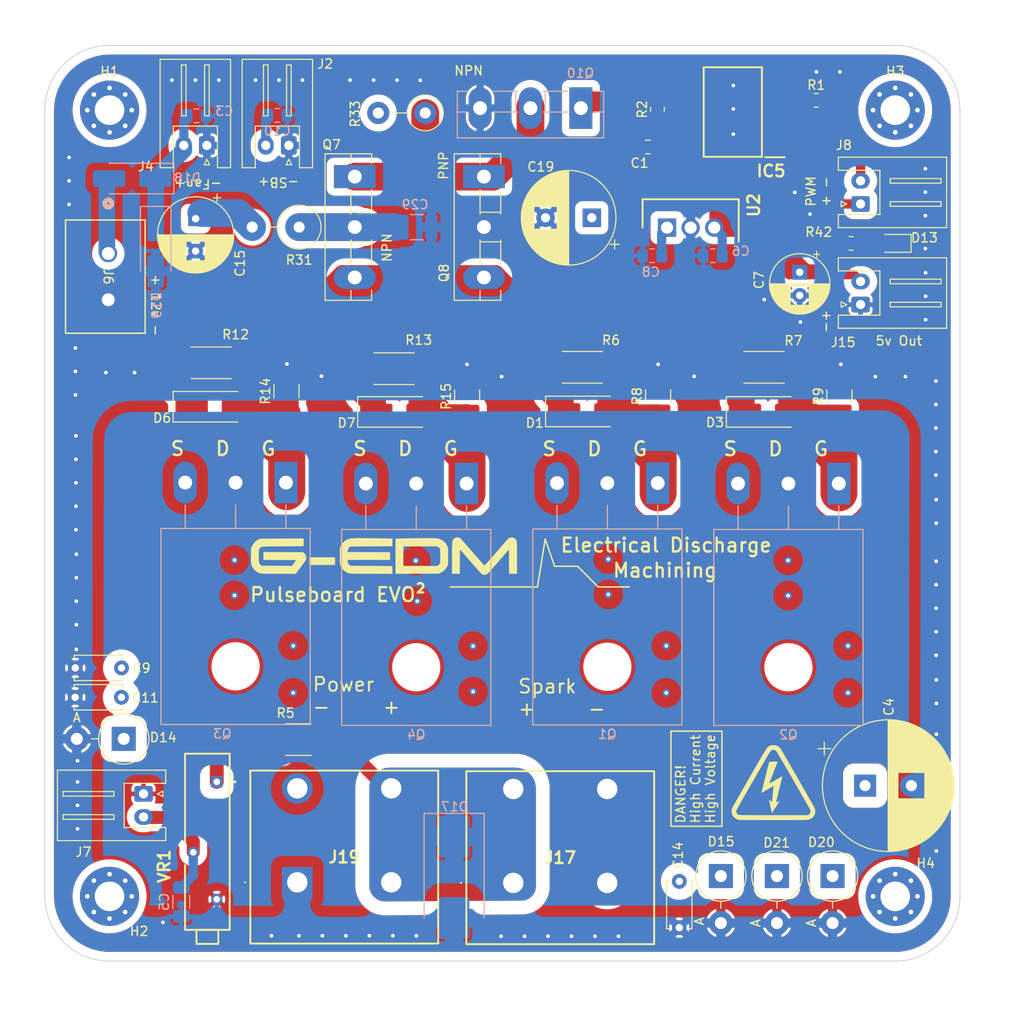
<source format=kicad_pcb>
(kicad_pcb (version 20221018) (generator pcbnew)
  (layers (0 "F.Cu" signal) (1 "In1.Cu" signal) (2 "In2.Cu" signal) (31 "B.Cu" signal) (34 "B.Paste" user) (35 "F.Paste" user) (36 "B.SilkS" user "B.Silkscreen") (37 "F.SilkS" user "F.Silkscreen") (38 "B.Mask" user) (39 "F.Mask" user) (44 "Edge.Cuts" user))
  (net 0 "")
  (net 1 "5v")
  (net 2 "+48V")
  (net 3 "spark-minus-to-drain")
  (net 4 "5v-optoout")
  (net 5 "Net-(Q7-C)")
  (net 6 "Net-(D1-A)")
  (net 7 "Net-(D3-A)")
  (net 8 "Net-(D6-A)")
  (net 9 "Net-(D7-A)")
  (net 10 "Net-(D13-A)")
  (net 11 "12vpower")
  (net 12 "Net-(Q10-C)")
  (net 14 "Net-(IC5-CATHODE)")
  (net 16 "Net-(D18-K)")
  (net 17 "GND2")
  (net 19 "pwm-in")
  (net 20 "Net-(D1-K)")
  (net 21 "Net-(VR1-CCW)")
  (net 22 "Net-(J7-Pin_2)")
  (net 23 "to-sb-esp-gnd1")
  (footprint "Resistor_SMD:R_2512_6332Metric_Pad1.40x3.35mm_HandSolder" (layer "F.Cu") (at 60.37755 59.953 180)
    (fp_text reference "R13")
    (fp_text value "4.7-10 Ohm")
  )
  (footprint "Capacitor_THT:C_Disc_D5.0mm_W2.5mm_P5.00mm" (layer "F.Cu") (at 91.2368 115.3814 -90)
    (fp_text reference "C14")
    (fp_text value "C100pf500v")
  )
  (footprint "Connector_JST:JST_XH_S2B-XH-A_1x02_P2.50mm_Horizontal" (layer "F.Cu") (at 40.132 35.814 180)
    (fp_text reference "J4")
    (fp_text value "FAN output")
  )
  (footprint "custom:SOP254P1016X460-8N" (layer "F.Cu") (at 97.028 32.2072 180)
    (fp_text reference "IC5")
    (fp_text value "6N137S" hide)
  )
  (footprint "Resistor_SMD:R_1210_3225Metric" (layer "F.Cu") (at 108.5596 62.9412 90)
    (fp_text reference "R9")
    (fp_text value "100k")
  )
  (footprint "Resistor_SMD:R_1812_4532Metric_Pad1.30x3.40mm_HandSolder" (layer "F.Cu") (at 50.0278 100.0506 180)
    (fp_text reference "R5")
    (fp_text value "1k")
  )
  (footprint "MountingHole:MountingHole_3.2mm_M3_Pad_Via" (layer "F.Cu") (at 29.6 117)
    (fp_text reference "H2")
    (fp_text value "MountingHole")
  )
  (footprint "MountingHole:MountingHole_3.2mm_M3_Pad_Via" (layer "F.Cu") (at 29.6 32)
    (fp_text reference "H1")
    (fp_text value "MountingHole")
  )
  (footprint "custom:CONN2_796643-2_TEC" (layer "F.Cu") (at 29.464 47.498 -90)
    (fp_text reference "J6")
    (fp_text value "796643-2")
  )
  (footprint "Resistor_SMD:R_2512_6332Metric_Pad1.40x3.35mm_HandSolder" (layer "F.Cu") (at 40.59435 59.3152 180)
    (fp_text reference "R12")
    (fp_text value "4.7-10 Ohm")
  )
  (footprint "Resistor_SMD:R_0805_2012Metric_Pad1.20x1.40mm_HandSolder" (layer "F.Cu") (at 88.8746 31.9118 90)
    (fp_text reference "R2")
    (fp_text value "4.7k 2W")
  )
  (footprint "Resistor_SMD:R_0805_2012Metric_Pad1.20x1.40mm_HandSolder" (layer "F.Cu") (at 109.8296 46.4058 180)
    (fp_text reference "R42")
    (fp_text value "560Ohm")
  )
  (footprint "Resistor_THT:R_Axial_DIN0411_L9.9mm_D3.6mm_P5.08mm_Vertical" (layer "F.Cu") (at 63.754 32.3088 180)
    (fp_text reference "R33")
    (fp_text value "R4.7k1")
  )
  (footprint "custom:DEGSONDG135T101602P1300AH" (layer "F.Cu") (at 73.279 115.547766)
    (fp_text reference "J17")
    (fp_text value "Spark Out Terminal" hide)
  )
  (footprint "Capacitor_THT:CP_Radial_D8.0mm_P3.50mm" (layer "F.Cu") (at 38.9128 43.7388 -90)
    (fp_text reference "C15")
    (fp_text value "220uf35v")
  )
  (footprint "Capacitor_THT:CP_Radial_D10.0mm_P5.00mm" (layer "F.Cu") (at 81.768077 43.6372 180)
    (fp_text reference "C19")
    (fp_text value "680uf25v or 470uf35v ")
  )
  (footprint "Capacitor_THT:C_Disc_D5.0mm_W2.5mm_P5.00mm" (layer "F.Cu") (at 30.8826 95.4786 180)
    (fp_text reference "C11")
    (fp_text value "C100pf500v")
  )
  (footprint "Diode_THT:D_DO-201_P5.08mm_Vertical_AnodeUp" (layer "F.Cu") (at 101.8032 114.808 -90)
    (fp_text reference "D21")
    (fp_text value "200V 5A Schottky")
  )
  (footprint "Diode_SMD:D_SMA_Handsoldering" (layer "F.Cu") (at 40.98795 64.065)
    (fp_text reference "D6")
    (fp_text value "Schootky 60v 3A")
  )
  (footprint "graphics:warning-high-voltage-10mm" (layer "F.Cu") (at 101.687929 104.496924)
    (fp_text reference "G***" hide)
    (fp_text value "LOGO" hide)
  )
  (footprint "Diode_THT:D_DO-201_P5.08mm_Vertical_AnodeUp" (layer "F.Cu") (at 31.1404 99.9744 180)
    (fp_text reference "D14")
    (fp_text value "1N5379B 110v Zener")
  )
  (footprint "Diode_SMD:D_SMA_Handsoldering" (layer "F.Cu") (at 60.95975 64.6266)
    (fp_text reference "D7")
    (fp_text value "Schootky 60v 3A")
  )
  (footprint "custom:TO255P460X1020X2008-3P" (layer "F.Cu") (at 89.916 44.704)
    (fp_text reference "U2")
    (fp_text value "L7805" hide)
  )
  (footprint "custom:DEGSONDG135T101602P1300AH" (layer "F.Cu") (at 49.913288 115.483766)
    (fp_text reference "J19")
    (fp_text value "Power In Terminal" hide)
  )
  (footprint "graphics:gedm-logoa2" (layer "F.Cu") (at 59.4635 79.914728)
    (fp_text reference "G***" hide)
    (fp_text value "LOGO" hide)
  )
  (footprint "Connector_JST:JST_XH_S2B-XH-A_1x02_P2.50mm_Horizontal" (layer "F.Cu") (at 33.274 105.918 -90)
    (fp_text reference "J7")
    (fp_text value "Conn_02x02_Odd_Even")
  )
  (footprint "Resistor_SMD:R_1210_3225Metric" (layer "F.Cu") (at 88.9474 62.9265 90)
    (fp_text reference "R8")
    (fp_text value "100k")
  )
  (footprint "Diode_SMD:D_SMA_Handsoldering" (layer "F.Cu") (at 100.84115 64.6266)
    (fp_text reference "D3")
    (fp_text value "Schootky 60v 3A")
  )
  (footprint "Resistor_THT:R_Axial_DIN0414_L11.9mm_D4.5mm_P5.08mm_Vertical" (layer "F.Cu") (at 50.1142 44.6438 180)
    (fp_text reference "R31")
    (fp_text value "10Ohm")
  )
  (footprint "Capacitor_SMD:C_0805_2012Metric_Pad1.18x1.45mm_HandSolder" (layer "F.Cu") (at 87.8332 35.9918 180)
    (fp_text reference "C1")
    (fp_text value "0.1uf")
  )
  (footprint "Connector_JST:JST_XH_S2B-XH-A_1x02_P2.50mm_Horizontal" (layer "F.Cu") (at 49.002 35.814 180)
    (fp_text reference "J2")
    (fp_text value "Power to sensorboard")
  )
  (footprint "Diode_THT:D_DO-201_P5.08mm_Vertical_AnodeUp" (layer "F.Cu") (at 95.7326 114.808 -90)
    (fp_text reference "D15")
    (fp_text value "1N5379B 110v Zener")
  )
  (footprint "Resistor_SMD:R_1210_3225Metric" (layer "F.Cu") (at 68.2896 62.9519 90)
    (fp_text reference "R15")
    (fp_text value "100k")
  )
  (footprint "Diode_SMD:D_SMA_Handsoldering" (layer "F.Cu") (at 81.27975 64.5758)
    (fp_text reference "D1")
    (fp_text value "Schootky 60v 3A")
  )
  (footprint "Connector_JST:JST_XH_S2B-XH-A_1x02_P2.50mm_Horizontal" (layer "F.Cu") (at 110.85 42.144 90)
    (fp_text reference "J8")
    (fp_text value "Conn_02x02_Odd_Even")
  )
  (footprint "MountingHole:MountingHole_3.2mm_M3_Pad_Via" (layer "F.Cu") (at 114.6 32)
    (fp_text reference "H3")
    (fp_text value "MountingHole_Pad")
  )
  (footprint "Capacitor_THT:CP_Radial_D6.3mm_P2.50mm" (layer "F.Cu") (at 104.267 49.53 -90)
    (fp_text reference "C7")
    (fp_text value "220uf16v")
  )
  (footprint "Capacitor_THT:CP_Radial_D14.0mm_P5.00mm" (layer "F.Cu") (at 111.341872 105.029)
    (fp_text reference "C4")
    (fp_text value "100uf200-500v-flash cap")
  )
  (footprint "Package_TO_SOT_THT:TO-3PB-3_Vertical" (layer "F.Cu") (at 70.104 39.1888 -90)
    (fp_text reference "Q8")
    (fp_text value "2SB817")
  )
  (footprint "Package_TO_SOT_THT:TO-3PB-3_Vertical" (layer "F.Cu") (at 56.134 39.1888 -90)
    (fp_text reference "Q7")
    (fp_text value "2SD1047")
  )
  (footprint "Capacitor_THT:C_Disc_D5.0mm_W2.5mm_P5.00mm" (layer "F.Cu") (at 30.8972 92.3036 180)
    (fp_text reference "C9")
    (fp_text value "C100pf500v")
  )
  (footprint "Resistor_SMD:R_2512_6332Metric_Pad1.40x3.35mm_HandSolder" (layer "F.Cu") (at 80.74835 59.8006 180)
    (fp_text reference "R6")
    (fp_text value "4.7-10 Ohm")
  )
  (footprint "Resistor_SMD:R_1210_3225Metric" (layer "F.Cu") (at 48.7426 62.3796 90)
    (fp_text reference "R14")
    (fp_text value "100k")
  )
  (footprint "Resistor_SMD:R_0805_2012Metric_Pad1.20x1.40mm_HandSolder" (layer "F.Cu") (at 106.0544 30.9372)
    (fp_text reference "R1")
    (fp_text value "200")
  )
  (footprint "LED_SMD:LED_0805_2012Metric_Pad1.15x1.40mm_HandSolder" (layer "F.Cu") (at 114.4524 46.4058 180)
    (fp_text reference "D13")
    (fp_text value "Indicator LED")
  )
  (footprint "custom:3006P1103" (layer "F.Cu") (at 41.1988 104.6226 -90)
    (fp_text reference "VR1")
    (fp_text value "3006P-1-103" hide)
  )
  (footprint "Resistor_SMD:R_2512_6332Metric_Pad1.40x3.35mm_HandSolder" (layer "F.Cu") (at 100.41135 59.8006 180)
    (fp_text reference "R7")
    (fp_text value "4.7-10 Ohm")
  )
  (footprint "MountingHole:MountingHole_3.2mm_M3_Pad_Via" (layer "F.Cu") (at 114.6 117)
    (fp_text reference "H4")
    (fp_text value "MountingHole")
  )
  (footprint "Diode_THT:D_DO-201_P5.08mm_Vertical_AnodeUp" (layer "F.Cu") (at 107.823 114.808 -90)
    (fp_text reference "D20")
    (fp_text value "200V 5A Schottky ")
  )
  (footprint "Connector_JST:JST_XH_S2B-XH-A_1x02_P2.50mm_Horizontal" (layer "F.Cu") (at 110.85 53.0206 90)
    (fp_text reference "J15")
    (fp_text value "5v output header")
  )
  (footprint "Diode_SMD:D_SMC_Handsoldering" (layer "B.Cu") (at 66.8782 114.9408 -90)
    (fp_text reference "D17")
    (fp_text value "TVS Diode 3kw")
  )
  (footprint "Capacitor_SMD:C_0805_2012Metric_Pad1.18x1.45mm_HandSolder" (layer "B.Cu") (at 94.8475 47.744 180)
    (fp_text reference "C6")
    (fp_text value "100nf50v1206")
  )
  (footprint "Package_TO_SOT_THT:TO-247-3_Horizontal_TabUp" (layer "B.Cu") (at 48.68595 72.2692 180)
    (fp_text reference "Q3")
    (fp_text value "IRFP260N")
  )
  (footprint "Capacitor_SMD:C_1210_3225Metric_Pad1.33x2.70mm_HandSolder" (layer "B.Cu") (at 62.8527 44.6532)
    (fp_text reference "C29")
    (fp_text value "C")
  )
  (footprint "Capacitor_SMD:C_1206_3216Metric_Pad1.33x1.80mm_HandSolder" (layer "B.Cu") (at 37.3634 117.5897 -90)
    (fp_text reference "C5")
    (fp_text value "47-100pf")
  )
  (footprint "Diode_SMD:D_SMA_Handsoldering" (layer "B.Cu") (at 34.5948 46.9246 -90)
    (fp_text reference "D19")
    (fp_text value "Schootky 60v 3A")
  )
  (footprint "Package_TO_SOT_THT:TO-3PB-3_Vertical" (layer "B.Cu") (at 80.5882 31.7822 180)
    (fp_text reference "Q10")
    (fp_text value "2SD1047")
  )
  (footprint "Package_TO_SOT_THT:TO-247-3_Horizontal_TabUp" (layer "B.Cu") (at 108.49195 72.3708 180)
    (fp_text reference "Q2")
    (fp_text value "IRFP260N")
  )
  (footprint "Package_TO_SOT_THT:TO-247-3_Horizontal_TabUp" (layer "B.Cu") (at 68.22955 72.3708 180)
    (fp_text reference "Q4")
    (fp_text value "IRFP260N")
  )
  (footprint "Capacitor_SMD:C_0805_2012Metric_Pad1.18x1.45mm_HandSolder" (layer "B.Cu") (at 39.0183 32.6136 180)
    (fp_text reference "C3")
    (fp_text value "100nf50v")
  )
  (footprint "Diode_SMD:D_SMA_Handsoldering" (layer "B.Cu") (at 32.0548 39.3954 180)
    (fp_text reference "D18")
    (fp_text value "Schottky 60v 3A")
  )
  (footprint "Capacitor_SMD:C_0805_2012Metric_Pad1.18x1.45mm_HandSolder" (layer "B.Cu") (at 47.752 32.5628)
    (fp_text reference "C10")
    (fp_text value "100nf50v")
  )
  (footprint "Capacitor_SMD:C_0805_2012Metric_Pad1.18x1.45mm_HandSolder" (layer "B.Cu") (at 88.2904 47.744 180)
    (fp_text reference "C8")
    (fp_text value "100nf50v1206")
  )
  (footprint "Package_TO_SOT_THT:TO-247-3_Horizontal_TabUp" (layer "B.Cu") (at 88.90515 72.32 180)
    (fp_text reference "Q1")
    (fp_text value "IRFP260N")
  )
  (gr_rect (start 90.3351 99.1362) (end 95.8469 109.4232) (stroke (width 0.15)) (fill none) (layer "F.SilkS"))
  (gr_line (start 72.51485 83.5468) (end 75.89305 83.5468) (stroke (width 0.15)) (layer "F.SilkS"))
  (gr_line (start 76.73125 78.3652) (end 77.74725 81.3116) (stroke (width 0.15)) (layer "F.SilkS"))
  (gr_line (start 82.45895 83.5468) (end 85.83715 83.5468) (stroke (width 0.15)) (layer "F.SilkS"))
  (gr_line (start 77.74725 81.3116) (end 80.23645 81.3116) (stroke (width 0.15)) (layer "F.SilkS"))
  (gr_line (start 75.89305 83.5468) (end 76.73125 78.3652) (stroke (width 0.15)) (layer "F.SilkS"))
  (gr_line (start 66.44425 83.5468) (end 72.51485 83.5468) (stroke (width 0.15)) (layer "F.SilkS"))
  (gr_line (start 80.23645 81.3116) (end 82.45895 83.5468) (stroke (width 0.15)) (layer "F.SilkS"))
  (gr_line (start 121.6 67.056) (end 121.6 117) (stroke (width 0.1)) (layer "Edge.Cuts"))
  (gr_line (start 22.6 117) (end 22.6 32) (stroke (width 0.1)) (layer "Edge.Cuts"))
  (gr_arc (start 22.6 32) (mid 24.650253 27.050253) (end 29.6 25) (stroke (width 0.1)) (layer "Edge.Cuts"))
  (gr_arc (start 121.6 117) (mid 119.549747 121.949747) (end 114.6 124) (stroke (width 0.1)) (layer "Edge.Cuts"))
  (gr_line (start 29.6 25) (end 114.6 25) (stroke (width 0.1)) (layer "Edge.Cuts"))
  (gr_line (start 121.6 32) (end 121.6 67.056) (stroke (width 0.1)) (layer "Edge.Cuts"))
  (gr_arc (start 114.6 25) (mid 119.549747 27.050253) (end 121.6 32) (stroke (width 0.1)) (layer "Edge.Cuts"))
  (gr_arc (start 29.6 124) (mid 24.650253 121.949747) (end 22.6 117) (stroke (width 0.1)) (layer "Edge.Cuts"))
  (gr_line (start 114.6 124) (end 29.6 124) (stroke (width 0.1)) (layer "Edge.Cuts"))
  (gr_text "-Fan+" (at 39.1668 39.3954 180) (layer "F.SilkS") (effects (font (size 1 1)) (justify bottom)))
  (gr_text "Pulseboard EVO²" (at 44.6532 85.2678) (layer "F.SilkS") (effects (font (size 1.5 1.5) (thickness 0.25) bold) (justify left bottom)))
  (gr_text "NPN" (at 60.198 48.514 90) (layer "F.SilkS") (effects (font (size 1 1)) (justify left bottom)))
  (gr_text "-SB+" (at 50.1904 39.2176 180) (layer "F.SilkS") (effects (font (size 1 1)) (justify left bottom)))
  (gr_text "S   D   G" (at 36.07855 69.4752) (layer "F.SilkS") (effects (font (size 1.5 1.5) (thickness 0.25) bold) (justify left bottom)))
  (gr_text "+ 12v -" (at 34.036 53.086 270) (layer "F.SilkS") (effects (font (size 1 1)) (justify bottom)))
  (gr_text "PWM\n+ -" (at 107.6706 42.5196 90) (layer "F.SilkS") (effects (font (size 1 1)) (justify left bottom)))
  (gr_text "S   D   G" (at 95.87015 69.5006) (layer "F.SilkS") (effects (font (size 1.5 1.5) (thickness 0.25) bold) (justify left bottom)))
  (gr_text "+-" (at 106.6292 53.4924 -90) (layer "F.SilkS") (effects (font (size 1 1)) (justify left bottom)))
  (gr_text "5v Out" (at 112.395 57.531) (layer "F.SilkS") (effects (font (size 1 1)) (justify left bottom)))
  (gr_text "NPN" (at 66.802 28.321) (layer "F.SilkS") (effects (font (size 1 1)) (justify left bottom)))
  (gr_text "PNP" (at 66.3194 39.624 90) (layer "F.SilkS") (effects (font (size 1 1)) (justify left bottom)))
  (gr_text "Spark\n+     -" (at 73.6854 97.5868) (layer "F.SilkS") (effects (font (size 1.5 1.5) (thickness 0.2)) (justify left bottom)))
  (gr_text "DANGER!\nHigh Current\nHigh Voltage" (at 95.1865 109.1946 90) (layer "F.SilkS") (effects (font (size 1 1)) (justify left bottom)))
  (gr_text "S   D   G" (at 76.28675 69.5006) (layer "F.SilkS") (effects (font (size 1.5 1.5) (thickness 0.25) bold) (justify left bottom)))
  (gr_text "Machining" (at 83.91945 82.6324) (layer "F.SilkS") (effects (font (size 1.5 1.5) (thickness 0.25) bold) (justify left bottom)))
  (gr_text "S   D   G" (at 55.81435 69.4752) (layer "F.SilkS") (effects (font (size 1.5 1.5) (thickness 0.25) bold) (justify left bottom)))
  (gr_text "Power\n-     +" (at 51.4604 97.3836) (layer "F.SilkS") (effects (font (size 1.5 1.5) (thickness 0.2)) (justify left bottom)))
  (gr_text "Electrical Discharge" (at 78.25525 79.9146) (layer "F.SilkS") (effects (font (size 1.5 1.5) (thickness 0.25) bold) (justify left bottom)))
  (segment (start 95.016 43.2336) (end 95.016 44.704) (width 1) (layer "F.Cu") (net 1))
  (segment (start 88.8961 36.0172) (end 90.4494 36.0172) (width 1) (layer "F.Cu") (net 1))
  (segment (start 99.804 45.194) (end 102.108 47.498) (width 1) (layer "F.Cu") (net 1))
  (segment (start 107.696 48.4792) (end 107.696 49.784) (width 0.8) (layer "F.Cu") (net 1))
  (segment (start 103.124 49.022) (end 103.378 48.768) (width 1) (layer "F.Cu") (net 1))
  (segment (start 89.7636 36.0172) (end 89.7636 35.7886) (width 1) (layer "F.Cu") (net 1))
  (segment (start 89.2556 36.0172) (end 89.7636 36.0172) (width 1) (layer "F.Cu") (net 1))
  (segment (start 95.016 41.4528) (end 95.016 40.64) (width 1) (layer "F.Cu") (net 1))
  (segment (start 104.394 49.784) (end 104.648 49.784) (width 1) (layer "F.Cu") (net 1))
  (segment (start 107.3785 48.8061) (end 107.0102 49.1744) (width 0.8) (layer "F.Cu") (net 1))
  (segment (start 91.1352 36.0172) (end 92.478 36.0172) (width 1) (layer "F.Cu") (net 1))
  (segment (start 105.41 49.53) (end 105.41 49.784) (width 1) (layer "F.Cu") (net 1))
  (segment (start 108.8296 46.4058) (end 107.696 47.5394) (width 0.8) (layer "F.Cu") (net 1))
  (segment (start 91.1352 36.0172) (end 95.016 39.898) (width 1) (layer "F.Cu") (net 1))
  (segment (start 103.124 49.784) (end 103.124 49.022) (width 1) (layer "F.Cu") (net 1))
  (segment (start 88.8746 32.9118) (end 88.8746 33.8074) (width 1) (layer "F.Cu") (net 1))
  (segment (start 102.126 48.768) (end 103.378 48.768) (width 1) (layer "F.Cu") (net 1))
  (segment (start 95.016 43.0584) (end 96.012 42.0624) (width 1) (layer "F.Cu") (net 1))
  (segment (start 98.552 45.194) (end 99.804 45.194) (width 1) (layer "F.Cu") (net 1))
  (segment (start 95.5548 39.6748) (end 95.5548 42.6948) (width 1) (layer "F.Cu") (net 1))
  (segment (start 96.012 44.432) (end 95.288 44.432) (width 1) (layer "F.Cu") (net 1))
  (segment (start 95.016 44.704) (end 95.016 43.0584) (width 1) (layer "F.Cu") (net 1))
  (segment (start 95.016 42.156) (end 95.016 44.704) (width 1) (layer "F.Cu") (net 1))
  (segment (start 96.012 40.132) (end 96.012 41.402) (width 1) (layer "F.Cu") (net 1))
  (segment (start 95.758 40.64) (end 96.012 40.894) (width 1) (layer "F.Cu") (net 1))
  (segment (start 95.895 43.035) (end 96.276 43.416) (width 1) (layer "F.Cu") (net 1))
  (segment (start 88.8746 35.9879) (end 88.8707 35.9918) (width 1) (layer "F.Cu") (net 1))
  (segment (start 96.012 42.418) (end 96.012 42.654) (width 1) (layer "F.Cu") (net 1))
  (segment (start 98.054 45.194) (end 98.552 45.194) (width 1) (layer "F.Cu") (net 1))
  (segment (start 97.292 44.432) (end 96.012 44.432) (width 1) (layer "F.Cu") (net 1))
  (segment (start 105.0544 49.1744) (end 107.0102 49.1744) (width 1) (layer "F.Cu") (net 1))
  (segment (start 89.2048 35.2298) (end 89.2048 35.9664) (width 1) (layer "F.Cu") (net 1))
  (segment (start 95.016 40.64) (end 95.758 40.64) (width 1) (layer "F.Cu") (net 1))
  (segment (start 105.41 49.784) (end 106.4006 49.784) (width 1) (layer "F.Cu") (net 1))
  (segment (start 89.2048 35.9664) (end 89.2556 36.0172) (width 1) (layer "F.Cu") (net 1))
  (segment (start 96.012 42.418) (end 96.012 44.432) (width 1) (layer "F.Cu") (net 1))
  (segment (start 96.276 43.416) (end 97.292 44.432) (width 1) (layer "F.Cu") (net 1))
  (segment (start 95.016 42.156) (end 95.016 41.4528) (width 1) (layer "F.Cu") (net 1))
  (segment (start 92.456 36.0392) (end 92.478 36.0172) (width 1) (layer "F.Cu") (net 1))
  (segment (start 95.016 39.898) (end 95.016 44.704) (width 1) (layer "F.Cu") (net 1))
  (segment (start 88.8746 33.8074) (end 88.8746 34.8996) (width 1) (layer "F.Cu") (net 1))
  (segment (start 110.1134 49.784) (end 110.85 50.5206) (width 1) (layer "F.Cu") (net 1))
  (segment (start 103.124 49.784) (end 104.648 49.784) (width 1) (layer "F.Cu") (net 1))
  (segment (start 102.235 46.355) (end 103.378 47.498) (width 1) (layer "F.Cu") (net 1))
  (segment (start 101.99 48.632) (end 97.926 44.568) (width 1) (layer "F.Cu") (net 1))
  (segment (start 95.016 40.64) (end 95.016 39.136) (width 1) (layer "F.Cu") (net 1))
  (segment (start 96.012 42.0624) (end 95.6256 42.0624) (width 1) (layer "F.Cu") (net 1))
  (segment (start 107.696 49.784) (end 108.5342 49.784) (width 1) (layer "F.Cu") (net 1))
  (segment (start 97.292 44.432) (end 98.054 45.194) (width 1) (layer "F.Cu") (net 1))
  (segment (start 88.8707 35.9918) (end 88.8961 36.0172) (width 1) (layer "F.Cu") (net 1))
  (segment (start 105.156 49.784) (end 105.41 49.784) (width 1) (layer "F.Cu") (net 1))
  (segment (start 103.378 47.498) (end 103.378 49.53) (width 1) (layer "F.Cu") (net 1))
  (segment (start 103.124 49.784) (end 103.124 49.766) (width 1) (layer "F.Cu") (net 1))
  (segment (start 104.648 49.784) (end 105.41 49.784) (width 1) (layer "F.Cu") (net 1))
  (segment (start 107.696 48.4886) (end 107.3785 48.8061) (width 0.8) (layer "F.Cu") (net 1))
  (segment (start 96.012 42.654) (end 97.926 44.568) (width 1) (layer "F.Cu") (net 1))
  (segment (start 88.8746 34.8996) (end 89.2048 35.2298) (width 1) (layer "F.Cu") (net 1))
  (segment (start 103.124 47.752) (end 103.124 49.784) (width 1) (layer "F.Cu") (net 1))
  (segment (start 96.012 42.418) (end 96.012 43.152) (width 1) (layer "F.Cu") (net 1))
  (segment (start 103.124 49.766) (end 101.99 48.632) (width 1) (layer "F.Cu") (net 1))
  (segment (start 107.5563 48.8061) (end 108.5342 49.784) (width 0.8) (layer "F.Cu") (net 1))
  (segment (start 95.5548 42.6948) (end 95.016 43.2336) (width 1) (layer "F.Cu") (net 1))
  (segment (start 105.029 49.149) (end 105.41 49.53) (width 1) (layer "F.Cu") (net 1))
  (segment (start 89.7636 36.0172) (end 90.4494 36.0172) (width 1) (layer "F.Cu") (net 1))
  (segment (start 95.016 39.136) (end 102.235 46.355) (width 1) (layer "F.Cu") (net 1))
  (segment (start 88.8746 33.8074) (end 88.8746 35.9879) (width 1) (layer "F.Cu") (net 1))
  (segment (start 96.276 43.416) (end 96.53 43.67) (width 1) (layer "F.Cu") (net 1))
  (segment (start 102.108 47.498) (end 104.394 49.784) (width 1) (layer "F.Cu") (net 1))
  (segment (start 95.506 45.194) (end 96.53 45.194) (width 1) (layer "F.Cu") (net 1))
  (segment (start 95.016 42.156) (end 95.895 43.035) (width 1) (layer "F.Cu") (net 1))
  (segment (start 91.1352 36.0172) (end 92.456 37.338) (width 1) (layer "F.Cu") (net 1))
  (segment (start 102.235 46.355) (end 105.029 49.149) (width 1) (layer "F.Cu") (net 1))
  (segment (start 95.288 44.432) (end 95.016 44.704) (width 1) (layer "F.Cu") (net 1))
  (segment (start 90.4494 36.0172) (end 91.1352 36.0172) (width 1) (layer "F.Cu") (net 1))
  (segment (start 92.478 36.598) (end 95.5548 39.6748) (width 1) (layer "F.Cu") (net 1))
  (segment (start 107.696 47.5394) (end 107.696 48.4792) (width 0.8) (layer "F.Cu") (net 1))
  (segment (start 108.5342 49.784) (end 110.1134 49.784) (width 1) (layer "F.Cu") (net 1))
  (segment (start 96.53 45.194) (end 98.054 45.194) (width 1) (layer "F.Cu") (net 1))
  (segment (start 102.108 47.498) (end 103.378 48.768) (width 1) (layer "F.Cu") (net 1))
  (segment (start 96.53 43.67) (end 96.53 45.194) (width 1) (layer "F.Cu") (net 1))
  (segment (start 96.012 43.152) (end 98.054 45.194) (width 1) (layer "F.Cu") (net 1))
  (segment (start 95.016 39.136) (end 96.012 40.132) (width 1) (layer "F.Cu") (net 1))
  (segment (start 107.696 48.4792) (end 107.696 48.4886) (width 0.8) (layer "F.Cu") (net 1))
  (segment (start 101.99 48.632) (end 102.126 48.768) (width 1) (layer "F.Cu") (net 1))
  (segment (start 95.895 43.825) (end 95.016 44.704) (width 1) (layer "F.Cu") (net 1))
  (segment (start 107.3785 48.8061) (end 107.5563 48.8061) (width 0.8) (layer "F.Cu") (net 1))
  (segment (start 107.0102 49.1744) (end 106.4006 49.784) (width 0.8) (layer "F.Cu") (net 1))
  (segment (start 96.012 41.402) (end 103.378 48.768) (width 1) (layer "F.Cu") (net 1))
  (segment (start 95.016 39.898) (end 95.016 40.64) (width 1) (layer "F.Cu") (net 1))
  (segment (start 106.4006 49.784) (end 107.696 49.784) (width 1) (layer "F.Cu") (net 1))
  (segment (start 103.124 47.752) (end 105.156 49.784) (width 1) (layer "F.Cu") (net 1))
  (segment (start 96.012 42.0624) (end 96.012 42.418) (width 1) (layer "F.Cu") (net 1))
  (segment (start 89.7636 35.7886) (end 89.2048 35.2298) (width 1) (layer "F.Cu") (net 1))
  (segment (start 103.378 47.498) (end 103.124 47.752) (width 1) (layer "F.Cu") (net 1))
  (segment (start 92.478 36.0172) (end 92.478 36.598) (width 1) (layer "F.Cu") (net 1))
  (segment (start 97.926 44.568) (end 98.552 45.194) (width 1) (layer "F.Cu") (net 1))
  (segment (start 96.012 40.894) (end 96.012 42.0624) (width 1) (layer "F.Cu") (net 1))
  (segment (start 91.1352 36.0172) (end 96.012 40.894) (width 1) (layer "F.Cu") (net 1))
  (segment (start 105.029 49.149) (end 105.0544 49.1744) (width 1) (layer "F.Cu") (net 1))
  (segment (start 95.5548 42.6948) (end 95.895 43.035) (width 1) (layer "F.Cu") (net 1))
  (segment (start 95.6256 42.0624) (end 95.016 41.4528) (width 1) (layer "F.Cu") (net 1))
  (segment (start 95.016 44.704) (end 95.506 45.194) (width 1) (layer "F.Cu") (net 1))
  (segment (start 95.895 43.035) (end 95.895 43.825) (width 1) (layer "F.Cu") (net 1))
  (segment (start 95.5548 39.6748) (end 96.012 40.132) (width 1) (layer "F.Cu") (net 1))
  (segment (start 103.378 47.498) (end 103.378 48.768) (width 1) (layer "F.Cu") (net 1))
  (segment (start 95.885 47.744) (end 95.885 45.573) (width 1) (layer "B.Cu") (net 1))
  (segment (start 95.885 45.573) (end 95.016 44.704) (width 1) (layer "B.Cu") (net 1))
  (segment (start 60.073288 105.323766) (end 59.578366 105.323766) (width 1.5) (layer "F.Cu") (net 2))
  (segment (start 59.578366 105.323766) (end 54.3052 100.0506) (width 1.5) (layer "F.Cu") (net 2))
  (segment (start 54.3052 100.0506) (end 52.2528 100.0506) (width 1.5) (layer "F.Cu") (net 2))
  (segment (start 81.9096 30.4608) (end 82.6516 30.4608) (width 1) (layer "F.Cu") (net 4))
  (segment (start 82.6516 30.4608) (end 83.5406 30.4608) (width 1) (layer "F.Cu") (net 4))
  (segment (start 88.4236 30.4608) (end 88.8746 30.9118) (width 1) (layer "F.Cu") (net 4))
  (segment (start 92.478 30.9372) (end 81.4332 30.9372) (width 1) (layer "F.Cu") (net 4))
  (segment (start 81.5852 30.7852) (end 80.5882 31.7822) (width 1) (layer "F.Cu") (net 4))
  (segment (start 80.5882 31.7822) (end 82.2192 31.7822) (width 1) (layer "F.Cu") (net 4))
  (segment (start 81.9096 30.4608) (end 80.5882 31.7822) (width 1) (layer "F.Cu") (net 4))
  (segment (start 83.5406 30.4608) (end 88.4236 30.4608) (width 1) (layer "F.Cu") (net 4))
  (segment (start 82.2192 31.7822) (end 83.5406 30.4608) (width 1) (layer "F.Cu") (net 4))
  (segment (start 81.4332 30.9372) (end 81.9096 30.4608) (width 1) (layer "F.Cu") (net 4))
  (segment (start 81.9096 30.4608) (end 81.5852 30.7852) (width 1) (layer "F.Cu") (net 4))
  (segment (start 56.134 44.6388) (end 56.129 44.6438) (width 3) (layer "F.Cu") (net 5))
  (segment (start 56.129 44.6438) (end 50.1142 44.6438) (width 3) (layer "F.Cu") (net 5))
  (segment (start 56.1188 44.6438) (end 50.104 44.6438) (width 3) (layer "B.Cu") (net 5))
  (segment (start 56.134 44.6388) (end 56.1484 44.6532) (width 3) (layer "B.Cu") (net 5))
  (segment (start 56.1484 44.6532) (end 60.4135 44.6532) (width 3) (layer "B.Cu") (net 5))
  (segment (start 88.26537 69.71597) (end 88.9474 69.71597) (width 3) (layer "F.Cu") (net 6))
  (segment (start 83.8674 65.318) (end 88.26537 69.71597) (width 3) (layer "F.Cu") (net 6))
  (segment (start 83.8674 65.318) (end 86.20043 65.318) (width 3) (layer "F.Cu") (net 6))
  (segment (start 88.9474 65.318) (end 88.9474 68.06497) (width 3) (layer "F.Cu") (net 6))
  (segment (start 83.8674 65.318) (end 88.9474 65.318) (width 3) (layer "F.Cu") (net 6))
  (segment (start 83.8674 63.20603) (end 83.8674 59.563) (width 3) (layer "F.Cu") (net 6))
  (segment (start 88.9474 68.06497) (end 88.9474 69.71597) (width 4) (layer "F.Cu") (net 6))
  (segment (start 84.08846 63.20603) (end 83.8674 63.20603) (width 3) (layer "F.Cu") (net 6))
  (segment (start 88.9474 69.71597) (end 88.9474 73.3806) (width 4) (layer "F.Cu") (net 6))
  (segment (start 83.8674 65.318) (end 83.8674 63.20603) (width 3) (layer "F.Cu") (net 6))
  (segment (start 86.20043 65.318) (end 84.08846 63.20603) (width 3) (layer "F.Cu") (net 6))
  (segment (start 86.20043 65.318) (end 88.9474 68.06497) (width 3) (layer "F.Cu") (net 6))
  (segment (start 108.5054 65.3288) (end 108.5054 68.097733) (width 3) (layer "F.Cu") (net 7))
  (segment (start 108.5054 70.256733) (end 108.5054 73.3806) (width 4) (layer "F.Cu") (net 7))
  (segment (start 103.4254 63.194867) (end 103.4254 65.3288) (width 3) (layer "F.Cu") (net 7))
  (segment (start 105.736467 65.3288) (end 105.559333 65.3288) (width 3) (layer "F.Cu") (net 7))
  (segment (start 103.4254 59.4868) (end 103.4254 63.194867) (width 3) (layer "F.Cu") (net 7))
  (segment (start 105.736467 65.3288) (end 108.5054 68.097733) (width 3) (layer "F.Cu") (net 7))
  (segment (start 103.4254 65.3288) (end 108.5054 65.3288) (width 3) (layer "F.Cu") (net 7))
  (segment (start 103.4254 65.3288) (end 105.736467 65.3288) (width 3) (layer "F.Cu") (net 7))
  (segment (start 108.353333 70.256733) (end 108.5054 70.256733) (width 3) (layer "F.Cu") (net 7))
  (segment (start 105.559333 65.3288) (end 103.4254 63.194867) (width 3) (layer "F.Cu") (net 7))
  (segment (start 108.5054 68.097733) (end 108.5054 70.256733) (width 4) (layer "F.Cu") (net 7))
  (segment (start 103.4254 65.3288) (end 108.353333 70.256733) (width 3) (layer "F.Cu") (net 7))
  (segment (start 48.768 68.6054) (end 47.498 68.6054) (width 3) (layer "F.Cu") (net 8))
  (segment (start 47.498 68.6054) (end 43.688 64.7954) (width 3) (layer "F.Cu") (net 8))
  (segment (start 43.688 64.7954) (end 43.688 63.0394) (width 3) (layer "F.Cu") (net 8))
  (segment (start 45.742 64.7954) (end 45.444 64.7954) (width 3) (layer "F.Cu") (net 8))
  (segment (start 48.768 68.6054) (end 48.768 73.2536) (width 4) (layer "F.Cu") (net 8))
  (segment (start 45.742 64.7954) (end 48.768 67.8214) (width 3) (layer "F.Cu") (net 8))
  (segment (start 48.768 67.8214) (end 48.768 68.6054) (width 4) (layer "F.Cu") (net 8))
  (segment (start 43.688 64.7954) (end 45.742 64.7954) (width 3) (layer "F.Cu") (net 8))
  (segment (start 45.444 64.7954) (end 43.688 63.0394) (width 3) (layer "F.Cu") (net 8))
  (segment (start 43.688 64.7954) (end 48.768 64.7954) (width 3) (layer "F.Cu") (net 8))
  (segment (start 48.768 64.7954) (end 48.768 67.8214) (width 3) (layer "F.Cu") (net 8))
  (segment (start 43.688 63.0394) (end 43.688 59.0804) (width 3) (layer "F.Cu") (net 8))
  (segment (start 63.4458 65.3034) (end 63.4458 62.9234) (width 3) (layer "F.Cu") (net 9))
  (segment (start 65.5108 64.9884) (end 63.4458 62.9234) (width 3) (layer "F.Cu") (net 9))
  (segment (start 63.4458 65.3034) (end 68.2718 65.3034) (width 3) (layer "F.Cu") (net 9))
  (segment (start 63.4458 62.9234) (end 63.4458 59.6284) (width 3) (layer "F.Cu") (net 9))
  (segment (start 63.4458 65.3034) (end 68.2718 70.1294) (width 3) (layer "F.Cu") (net 9))
  (segment (start 68.2718 68.0644) (end 68.2718 73.4314) (width 4) (layer "F.Cu") (net 9))
  (segment (start 65.5108 65.3034) (end 68.2718 68.0644) (width 3) (layer "F.Cu") (net 9))
  (segment (start 68.2718 65.3034) (end 68.2718 68.0644) (width 3) (layer "F.Cu") (net 9))
  (segment (start 63.4458 65.3034) (end 65.5108 65.3034) (width 3) (layer "F.Cu") (net 9))
  (segment (start 65.5108 65.3034) (end 65.5108 64.9884) (width 3) (layer "F.Cu") (net 9))
  (segment (start 113.4274 46.4058) (end 110.8296 46.4058) (width 0.8) (layer "F.Cu") (net 10))
  (segment (start 46.502 32.7753) (end 46.7145 32.5628) (width 1) (layer "B.Cu") (net 11))
  (segment (start 46.502 35.814) (end 46.502 32.7753) (width 1) (layer "B.Cu") (net 11))
  (segment (start 29.3116 47.3456) (end 29.3116 40.2082) (width 1.8) (layer "B.Cu") (net 11))
  (segment (start 89.3279 47.744) (end 89.3279 45.2921) (width 1) (layer "B.Cu") (net 11))
  (segment (start 39.5224 43.1292) (end 43.5196 43.1292) (width 3) (layer "B.Cu") (net 11))
  (segment (start 29.464 47.498) (end 29.3116 47.3456) (width 1.8) (layer "B.Cu") (net 11))
  (segment (start 89.3279 45.2921) (end 89.916 44.704) (width 1) (layer "B.Cu") (net 11))
  (segment (start 43.5196 43.1292) (end 45.0342 44.6438) (width 3) (layer "B.Cu") (net 11))
  (segment (start 75.1382 35.1232) (end 75.1382 31.7822) (width 3) (layer "F.Cu") (net 12))
  (segment (start 63.7492 36.53) (end 63.7492 32.3088) (width 3) (layer "F.Cu") (net 12))
  (segment (start 63.5 39.1888) (end 63.5 36.7792) (width 3) (layer "F.Cu") (net 12))
  (segment (start 63.5 36.7792) (end 63.6304 36.7792) (width 3) (layer "F.Cu") (net 12))
  (segment (start 66.04 39.1888) (end 71.0726 39.1888) (width 3) (layer "F.Cu") (net 12))
  (segment (start 63.2934 36.7792) (end 60.8838 39.1888) (width 3) (layer "F.Cu") (net 12))
  (segment (start 63.5 36.7792) (end 63.2934 36.7792) (width 3) (layer "F.Cu") (net 12))
  (segment (start 60.8838 39.1888) (end 63.5 39.1888) (width 3) (layer "F.Cu") (net 12))
  (segment (start 71.0726 39.1888) (end 75.1382 35.1232) (width 3) (layer "F.Cu") (net 12))
  (segment (start 75.1382 31.7822) (end 75.1382 31.5662) (width 3) (layer "F.Cu") (net 12))
  (segment (start 63.5 39.1888) (end 66.04 39.1888) (width 3) (layer "F.Cu") (net 12))
  (segment (start 63.6304 36.7792) (end 66.04 39.1888) (width 3) (layer "F.Cu") (net 12))
  (segment (start 56.134 39.1888) (end 60.8838 39.1888) (width 3) (layer "F.Cu") (net 12))
  (segment (start 63.5 36.7792) (end 63.7492 36.53) (width 3) (layer "F.Cu") (net 12))
  (segment (start 101.578 30.9372) (end 105.0544 30.9372) (width 1) (layer "F.Cu") (net 14))
  (segment (start 34.5948 39.4354) (end 34.5948 44.4246) (width 1.8) (layer "B.Cu") (net 16))
  (segment (start 34.5656 40.4622) (end 34.3116 40.2082) (width 1) (layer "B.Cu") (net 16))
  (segment (start 37.632 36.3182) (end 34.3916 39.5586) (width 1.8) (layer "B.Cu") (net 16))
  (segment (start 37.632 35.814) (end 37.632 36.3182) (width 1.8) (layer "B.Cu") (net 16))
  (segment (start 37.6428 35.8032) (end 37.6428 32.9516) (width 1) (layer "B.Cu") (net 16))
  (segment (start 34.3916 40.1282) (end 34.3116 40.2082) (width 0.25) (layer "B.Cu") (net 16))
  (segment (start 37.6428 32.9516) (end 37.9808 32.6136) (width 1) (layer "B.Cu") (net 16))
  (segment (start 34.5548 39.3954) (end 34.5948 39.4354) (width 1.8) (layer "B.Cu") (net 16))
  (segment (start 37.632 35.814) (end 37.6428 35.8032) (width 1) (layer "B.Cu") (net 16))
  (via (at 48.79 59.436) (size 0.8) (drill 0.4) (layers "F.Cu" "B.Cu") (net 17))
  (via (at 109.49015 94.996) (size 0.8) (drill 0.4) (layers "F.Cu" "B.Cu") (net 17))
  (via (at 50.0888 121.2596) (size 0.8) (drill 0.4) (layers "F.Cu" "B.Cu") (net 17))
  (via (at 108.7086 59.4868) (size 0.8) (drill 0.4) (layers "F.Cu" "B.Cu") (net 17))
  (via (at 100.4316 52.4764) (size 0.8) (drill 0.4) (layers "F.Cu" "B.Cu") (net 17))
  (via (at 112.4458 60.8076) (size 0.8) (drill 0.4) (layers "F.Cu" "B.Cu") (net 17))
  (via (at 29.21 60.3758) (size 0.8) (drill 0.4) (layers "F.Cu" "B.Cu") (net 17))
  (via (at 103.01315 80.6766) (size 0.8) (drill 0.4) (layers "F.Cu" "B.Cu") (net 17))
  (via (at 119.0244 80.772) (size 0.8) (drill 0.4) (layers "F.Cu" "B.Cu") (net 17))
  (via (at 119.0498 96.139) (size 0.8) (drill 0.4) (layers "F.Cu" "B.Cu") (net 17))
  (via (at 119.0244 76.6572) (size 0.8) (drill 0.4) (layers "F.Cu" "B.Cu") (net 17))
  (via (at 26.0096 80.01) (size 0.8) (drill 0.4) (layers "F.Cu" "B.Cu") (net 17))
  (via (at 89.83055 89.916) (size 0.8) (drill 0.4) (layers "F.Cu" "B.Cu") (net 17))
  (via (at 58.166 28.7528) (size 0.8) (drill 0.4) (layers "F.Cu" "B.Cu") (net 17))
  (via (at 119.0244 88.392) (size 0.8) (drill 0.4) (layers "F.Cu" "B.Cu") (net 17))
  (via (at 119.0244 83.312) (size 0.8) (drill 0.4) (layers "F.Cu" "B.Cu") (net 17))
  (via (at 106.0704 27.8638) (size 0.8) (drill 0.4) (layers "F.Cu" "B.Cu") (net 17))
  (via (at 26.1366 107.1626) (size 0.8) (drill 0.4) (layers "F.Cu" "B.Cu") (net 17))
  (via (at 26.1366 109.7026) (size 0.8) (drill 0.4) (layers "F.Cu" "B.Cu") (net 17))
  (via (at 63.2206 28.7782) (size 0.8) (drill 0.4) (layers "F.Cu" "B.Cu") (net 17))
  (via (at 32.3088 60.3758) (size 0.8) (drill 0.4) (layers "F.Cu" "B.Cu") (net 17))
  (via (at 25.2222 42.1894) (size 0.8) (drill 0.4) (layers "F.Cu" "B.Cu") (net 17))
  (via (at 26.1366 104.6226) (size 0.8) (drill 0.4) (layers "F.Cu" "B.Cu") (net 17))
  (via (at 49.46995 94.996) (size 0.8) (drill 0.4) (layers "F.Cu" "B.Cu") (net 17))
  (via (at 36.3474 28.7528) (size 0.8) (drill 0.4) (layers "F.Cu" "B.Cu") (net 17))
  (via (at 118.999 61.2902) (size 0.8) (drill 0.4) (layers "F.Cu" "B.Cu") (net 17))
  (via (at 71.9582 121.3104) (size 0.8) (drill 0.4) (layers "F.Cu" "B.Cu") (net 17))
  (via (at 26.1366 102.3366) (size 0.8) (drill 0.4) (layers "F.Cu" "B.Cu") (net 17))
  (via (at 25.908 62.7888) (size 0.8) (drill 0.4) (layers "F.Cu" "B.Cu") (net 17))
  (via (at 26.0096 87.63) (size 0.8) (drill 0.4) (layers "F.Cu" "B.Cu") (net 17))
  (via (at 84.6582 121.3104) (size 0.8) (drill 0.4) (layers "F.Cu" "B.Cu") (net 17))
  (via (at 62.887 85.09) (size 0.8) (drill 0.4) (layers "F.Cu" "B.Cu") (net 17))
  (via (at 105.3846 43.2308) (size 0.8) (drill 0.4) (layers "F.Cu" "B.Cu") (net 17))
  (via (at 88.9508 59.4868) (size 0.8) (drill 0.4) (layers "F.Cu" "B.Cu") (net 17))
  (via (at 45.3898 28.7528) (size 0.8) (drill 0.4) (layers "F.Cu" "B.Cu") (net 17))
  (via (at 52.6288 121.2596) (size 0.8) (drill 0.4) (layers "F.Cu" "B.Cu") (net 17))
  (via (at 62.7888 121.2596) (size 0.8) (drill 0.4) (layers "F.Cu" "B.Cu") (net 17))
  (via (at 77.0382 121.3104) (size 0.8) (drill 0.4) (layers "F.Cu" "B.Cu") (net 17))
  (via (at 60.706 28.7528) (size 0.8) (drill 0.4) (layers "F.Cu" "B.Cu") (net 17))
  (via (at 72.009 60.8076) (size 0.8) (drill 0.4) (layers "F.Cu" "B.Cu") (net 17))
  (via (at 118.999 66.3702) (size 0.8) (drill 0.4) (layers "F.Cu" "B.Cu") (net 17))
  (via (at 117.8814 49.5808) (size 0.8) (drill 0.4) (layers "F.Cu" "B.Cu") (net 17))
  (via (at 119.0498 99.4664) (size 0.8) (drill 0.4) (layers "F.Cu" "B.Cu") (net 17))
  (via (at 38.8874 28.7528) (size 0.8) (drill 0.4) (layers "F.Cu" "B.Cu") (net 17))
  (via (at 89.83055 94.996) (size 0.8) (drill 0.4) (layers "F.Cu" "B.Cu") (net 17))
  (via (at 47.9298 28.7528) (size 0.8) (drill 0.4) (layers "F.Cu" "B.Cu") (net 17))
  (via (at 119.0244 74.1172) (size 0.8) (drill 0.4) (layers "F.Cu" "B.Cu") (net 17))
  (via (at 119.0244 90.932) (size 0.8) (drill 0.4) (layers "F.Cu" "B.Cu") (net 17))
  (via (at 25.9588 77.3684) (size 0.8) (drill 0.4) (layers "F.Cu" "B.Cu") (net 17))
  (via (at 25.9588 72.2884) (size 0.8) (drill 0.4) (layers "F.Cu" "B.Cu") (net 17))
  (via (at 83.55675 84.3596) (size 0.8) (drill 0.4) (layers "F.Cu" "B.Cu") (net 17))
  (via (at 74.4982 121.3104) (size 0.8) (drill 0.4) (layers "F.Cu" "B.Cu") (net 17))
  (via (at 26.0096 82.55) (size 0.8) (drill 0.4) (layers "F.Cu" "B.Cu") (net 17))
  (via (at 55.626 28.7528) (size 0.8) (drill 0.4) (layers "F.Cu" "B.Cu") (net 17))
  (via (at 104.3432 54.9148) (size 0.8) (drill 0.4) (layers "F.Cu" "B.Cu") (net 17))
  (via (at 117.8814 54.6608) (size 0.8) (drill 0.4) (layers "F.Cu" "B.Cu") (net 17))
  (via (at 68.92635 89.9414) (size 0.8) (drill 0.4) (layers "F.Cu" "B.Cu") (net 17))
  (via (at 25.9588 69.7484) (size 0.8) (drill 0.4) (layers "F.Cu" "B.Cu") (net 17))
  (via (at 119.0498 112.0902) (size 0.8) (drill 0.4) (layers "F.Cu" "B.Cu") (net 17))
  (via (at 118.999 63.8302) (size 0.8) (drill 0.4) (layers "F.Cu" "B.Cu") (net 17))
  (via (at 92.837 60.7822) (size 0.8) (drill 0.4) (layers "F.Cu" "B.Cu") (net 17))
  (via (at 82.1182 121.3104) (size 0.8) (drill 0.4) (layers "F.Cu" "B.Cu") (net 17))
  (via (at 41.4274 28.7528) (size 0.8) (drill 0.4) (layers "F.Cu" "B.Cu") (net 17))
  (via (at 108.6104 27.8638) (size 0.8) (drill 0.4) (layers "F.Cu" "B.Cu") (net 17))
  (via (at 25.2222 39.6494) (size 0.8) (drill 0.4) (layers "F.Cu" "B.Cu") (net 17))
  (via (at 117.856 46.9646) (size 0.8) (drill 0.4) (layers "F.Cu" "B.Cu") (net 17))
  (via (at 119.0244 85.852) (size 0.8) (drill 0.4) (layers "F.Cu" "B.Cu") (net 17))
  (via (at 49.46995 89.916) (size 0.8) (drill 0.4) (layers "F.Cu" "B.Cu") (net 17))
  (via (at 35.3822 119.8118) (size 0.8) (drill 0.4) (layers "F.Cu" "B.Cu") (net 17))
  (via (at 117.856 38.3286) (size 0.8) (drill 0.4) (layers "F.Cu" "B.Cu") (net 17))
  (via (at 79.5782 121.3104) (size 0.8) (drill 0.4) (layers "F.Cu" "B.Cu") (net 17))
  (via (at 25.2222 37.1094) (size 0.8) (drill 0.4) (layers "F.Cu" "B.Cu") (net 17))
  (via (at 117.8814 52.1208) (size 0.8) (drill 0.4) (layers "F.Cu" "B.Cu") (net 17))
  (via (at 25.908 57.7088) (size 0.8) (drill 0.4) (layers "F.Cu" "B.Cu") (net 17))
  (via (at 97.0788 34.5948) (size 0.8) (drill 0.4) (layers "F.Cu" "B.Cu") (net 17))
  (via (at 118.999 68.9102) (size 0.8) (drill 0.4) (layers "F.Cu" "B.Cu") (net 17))
  (via (at 26.0096 90.297) (size 0.8) (drill 0.4) (layers "F.Cu" "B.Cu") (net 17))
  (via (at 25.908 60.2488) (size 0.8) (drill 0.4) (layers "F.Cu" "B.Cu") (net 17))
  (via (at 43.11995 80.6512) (size 0.8) (drill 0.4) (layers "F.Cu" "B.Cu") (net 17))
  (via (at 55.1688 121.2596) (size 0.8) (drill 0.4) (layers "F.Cu" "B.Cu") (net 17))
  (via (at 25.9588 67.2084) (size 0.8) (drill 0.4) (layers "F.Cu" "B.Cu") (net 17))
  (via (at 52.5272 60.7568) (size 0.8) (drill 0.4) (layers "F.Cu" "B.Cu") (net 17))
  (via (at 118.999 71.4502) (size 0.8) (drill 0.4) (layers "F.Cu" "B.Cu") (net 17))
  (via (at 68.92635 94.8628) (size 0.8) (drill 0.4) (layers "F.Cu" "B.Cu") (net 17))
  (via (at 60.2488 121.2596) (size 0.8) (drill 0.4) (layers "F.Cu" "B.Cu") (net 17))
  (via (at 115.697 60.8076) (size 0.8) (drill 0.4) (layers "F.Cu" "B.Cu") (net 17))
  (via (at 103.01315 84.4866) (size 0.8) (drill 0.4) (layers "F.Cu" "B.Cu") (net 17))
  (via (at 25.9588 74.8284) (size 0.8) (drill 0.4) (layers "F.Cu" "B.Cu") (net 17))
  (via (at 43.11995 84.4612) (size 0.8) (drill 0.4) (layers "F.Cu" "B.Cu") (net 17))
  (via (at 62.72875 80.702) (size 0.8) (drill 0.4) (layers "F.Cu" "B.Cu") (net 17))
  (via (at 119.0498 93.599) (size 0.8) (drill 0.4) (layers "F.Cu" "B.Cu") (net 17))
  (via (at 97.0788 31.877) (size 0.8) (drill 0.4) (layers "F.Cu" "B.Cu") (net 17))
  (via (at 83.55675 80.5496) (size 0.8) (drill 0.4) (layers "F.Cu" "B.Cu") (net 17))
  (via (at 50.4698 28.7528) (size 0.8) (drill 0.4) (layers "F.Cu" "B.Cu") (net 17))
  (via (at 68.2718 59.4868) (size 0.8) (drill 0.4) (layers "F.Cu" "B.Cu") (net 17))
  (via (at 26.0096 85.09) (size 0.8) (drill 0.4) (layers "F.Cu" "B.Cu") (net 17))
  (via (at 57.7088 121.2596) (size 0.8) (drill 0.4) (layers "F.Cu" "B.Cu") (net 17))
  (via (at 97.0788 29.337) (size 0.8) (drill 0.4) (layers "F.Cu" "B.Cu") (net 17))
  (via (at 117.856 40.8686) (size 0.8) (drill 0.4) (layers "F.Cu" "B.Cu") (net 17))
  (via (at 117.856 43.4086) (size 0.8) (drill 0.4) (layers "F.Cu" "B.Cu") (net 17))
  (via (at 47.117 121.2596) (size 0.8) (drill 0.4) (layers "F.Cu" "B.Cu") (net 17))
  (via (at 109.49015 89.916) (size 0.8) (drill 0.4) (layers "F.Cu" "B.Cu") (net 17))
  (via (at 103.7336 40.894) (size 0.8) (drill 0.4) (layers "F.Cu" "B.Cu") (net 17))
  (segment (start 41.1988 118.5164) (end 41.1988 117.3226) (width 0.5) (layer "B.Cu") (net 17))
  (segment (start 35.9918 119.2022) (end 35.3822 119.8118) (width 0.5) (layer "B.Cu") (net 17))
  (segment (start 38.7604 119.2022) (end 40.513 119.2022) (width 0.5) (layer "B.Cu") (net 17))
  (segment (start 37.4134 119.2022) (end 38.7604 119.2022) (width 0.5) (layer "B.Cu") (net 17))
  (segment (start 49.8602 115.430678) (end 49.913288 115.483766) (width 3) (layer "B.Cu") (net 17))
  (segment (start 38.7604 119.2022) (end 35.9918 119.2022) (width 0.5) (layer "B.Cu") (net 17))
  (segment (start 37.3634 119.1522) (end 37.4134 119.2022) (width 0.5) (layer "B.Cu") (net 17))
  (segment (start 40.513 119.2022) (end 41.1988 118.5164) (width 0.5) (layer "B.Cu") (net 17))
  (segment (start 108.946 42.144) (end 110.85 42.144) (width 1) (layer "F.Cu") (net 19))
  (segment (start 102.5652 33.4772) (end 106.172 37.084) (width 1) (layer "F.Cu") (net 19))
  (segment (start 106.172 39.37) (end 108.946 42.144) (width 1) (layer "F.Cu") (net 19))
  (segment (start 101.578 33.4772) (end 102.5652 33.4772) (width 1) (layer "F.Cu") (net 19))
  (segment (start 106.172 37.084) (end 106.172 39.37) (width 1) (layer "F.Cu") (net 19))
  (segment (start 37.5886 57.1534) (end 37.5886 59.0804) (width 2) (layer "F.Cu") (net 20))
  (segment (start 40.2562 54.4858) (end 41.4754 53.2666) (width 2) (layer "F.Cu") (net 20))
  (segment (start 56.7916 55.4002) (end 54.277 52.8856) (width 2) (layer "F.Cu") (net 20))
  (segment (start 93.7486 51.4632) (end 94.536 52.2506) (width 2) (layer "F.Cu") (net 20))
  (segment (start 39.291 52.2506) (end 37.5886 53.953) (width 2) (layer "F.Cu") (net 20))
  (segment (start 77.2386 52.2506) (end 75.4098 52.2506) (width 2) (layer "F.Cu") (net 20))
  (segment (start 74.4192 52.2506) (end 74.0636 52.2506) (width 2) (layer "F.Cu") (net 20))
  (segment (start 71.5998 52.2506) (end 71.5998 50.4726) (width 2) (layer "F.Cu") (net 20))
  (segment (start 98.3854 64.3918) (end 98.3854 60.2008) (width 2) (layer "F.Cu") (net 20))
  (segment (start 72.692 51.4632) (end 93.7486 51.4632) (width 2) (layer "F.Cu") (net 20))
  (segment (start 91.996 52.8856) (end 91.361 52.2506) (width 2) (layer "F.Cu") (net 20))
  (segment (start 58.3101 49.99) (end 58.3101 51.8662) (width 2) (layer "F.Cu") (net 20))
  (segment (start 55.1434 50.0888) (end 57.553 50.0888) (width 2) (layer "F.Cu") (net 20))
  (segment (start 74.4192 52.8348) (end 71.34475 49.76035) (width 2) (layer "F.Cu") (net 20))
  (segment (start 66.39175 52.2506) (end 58.3135 52.2506) (width 2) (layer "F.Cu") (net 20))
  (segment (start 95.7806 53.4952) (end 95.7806 56.6702) (width 2) (layer "F.Cu") (net 20))
  (segment (start 91.996 52.8856) (end 54.277 52.8856) (width 2) (layer "F.Cu") (net 20))
  (segment (start 41.8564 52.8856) (end 40.2562 54.4858) (width 2) (layer "F.Cu") (net 20))
  (segment (start 37.7162 54.8414) (end 40.307 52.2506) (width 2) (layer "F.Cu") (net 20))
  (segment (start 58.3101 49.99) (end 58.3101 54.4041) (width 2) (layer "F.Cu") (net 20))
  (segment (start 42.4914 52.2506) (end 46.2252 52.2506) (width 2) (layer "F.Cu") (net 20))
  (segment (start 89.964 52.2506) (end 83.6648 52.2506) (width 2) (layer "F.Cu") (net 20))
  (segment (start 62.1002 52.2506) (end 58.504 55.8468) (width 2) (layer "F.Cu") (net 20))
  (segment (start 58.3101 51.8662) (end 58.504 52.0601) (width 2) (layer "F.Cu") (net 20))
  (segment (start 77.2386 52.2506) (end 76.81335 52.2506) (width 2) (layer "F.Cu") (net 20))
  (segment (start 81.963 52.2506) (end 77.2386 52.2506) (width 2) (layer "F.Cu") (net 20))
  (segment (start 98.3854 59.275) (end 97.3046 58.1942) (width 2) (layer "F.Cu") (net 20))
  (segment (start 63.3448 52.2506) (end 62.1002 52.2506) (width 2) (layer "F.Cu") (net 20))
  (segment (start 78.824 55.451) (end 78.824 55.3896) (width 2) (layer "F.Cu") (net 20))
  (segment (start 58.504 55.8468) (end 58.504 56.5686) (width 2) (layer "F.Cu") (net 20))
  (segment (start 93.6216 53.4952) (end 95.7806 53.4952) (width 2) (layer "F.Cu") (net 20))
  (segment (start 40.307 52.2506) (end 94.536 52.2506) (width 2) (layer "F.Cu") (net 20))
  (segment (start 56.8424 55.4002) (end 56.7916 55.4002) (width 2) (layer "F.Cu") (net 20))
  (segment (start 58.504 56.5686) (end 58.504 64.3918) (width 2) (layer "F.Cu") (net 20))
  (segment (start 91.361 52.2506) (end 89.964 52.2506) (width 2) (layer "F.Cu") (net 20))
  (segment (start 37.5886 59.0804) (end 37.5886 62.8866) (width 2) (layer "F.Cu") (net 20))
  (segment (start 38.5322 63.8302) (end 38.5322 56.2098) (width 2) (layer "F.Cu") (net 20))
  (segment (start 94.536 52.2506) (end 95.7806 53.4952) (width 2) (layer "F.Cu") (net 20))
  (segment (start 38.5322 56.2098) (end 40.2562 54.4858) (width 2) (layer "F.Cu") (net 20))
  (segment (start 52.3466 52.2231) (end 54.4809 50.0888) (width 2) (layer "F.Cu") (net 20))
  (segment (start 93.1136 54.0032) (end 40.7388 54.0032) (width 2) (layer "F.Cu") (net 20))
  (segment (start 80.7565 53.4571) (end 81.963 52.2506) (width 2) (layer "F.Cu") (net 20))
  (segment (start 71.34475 49.76035) (end 54.80935 49.76035) (width 2) (layer "F.Cu") (net 20))
  (segment (start 97.4056 59.5658) (end 97.4056 56.8982) (width 2) (layer "F.Cu") (net 20))
  (segment (start 46.2252 52.2506) (end 56.8424 52.2506) (width 2) (layer "F.Cu") (net 20))
  (segment (start 97.4056 59.5658) (end 97.4056 63.412) (width 2) (layer "F.Cu") (net 20))
  (segment (start 37.5886 62.8866) (end 38.5322 63.8302) (width 2) (layer "F.Cu") (net 20))
  (segment (start 71.5998 52.2506) (end 63.3448 52.2506) (width 2) (layer "F.Cu") (net 20))
  (segment (start 96.0473 56.9369) (end 96.0473 55.5399) (width 2) (layer "F.Cu") (net 20))
  (segment (start 96.0473 56.9369) (end 95.2091 56.0987) (width 2) (layer "F.Cu") (net 20))
  (segment (start 56.8424 52.2506) (end 56.8424 55.4002) (width 2) (layer "F.Cu") (net 20))
  (segment (start 40.307 52.2506) (end 39.291 52.2506) (width 2) (layer "F.Cu") (net 20))
  (segment (start 55.5923 50.5433) (end 54.80935 49.76035) (width 2) (layer "F.Cu") (net 20))
  (segment (start 40.7388 54.0032) (end 38.5322 56.2098) (width 2) (layer "F.Cu") (net 20))
  (segment (start 71.7721 50.5433) (end 55.5923 50.5433) (width 2) (layer "F.Cu") (net 20))
  (segment (start 97.3046 58.1942) (end 96.0473 56.9369) (width 2) (layer "F.Cu") (net 20))
  (segment (start 77.2386 55.6542) (end 77.2386 62.7556) (width 2) (layer "F.Cu") (net 20))
  (segment (start 74.4192 52.2506) (end 74.4192 52.8348) (width 2) (layer "F.Cu") (net 20))
  (segment (start 94.9805 55.8701) (end 93.1136 54.0032) (width 2) (layer "F.Cu") (net 20))
  (segment (start 56.8424 55.4002) (end 56.8424 56.34) (width 2) (layer "F.Cu") (net 20))
  (segment (start 56.8424 56.34) (end 56.7662 56.34) (width 2) (layer "F.Cu") (net 20))
  (segment (start 62.1002 52.2506) (end 58.3135 52.2506) (width 2) (layer "F.Cu") (net 20))
  (segment (start 37.5886 57.1534) (end 41.4754 53.2666) (width 2) (layer "F.Cu") (net 20))
  (segment (start 56.8424 56.34) (end 56.8424 62.7302) (width 2) (layer "F.Cu") (net 20))
  (segment (start 71.3176 50.0888) (end 72.692 51.4632) (width 2) (layer "F.Cu") (net 20))
  (segment (start 58.504 52.0601) (end 58.504 55.2224) (width 2) (layer "F.Cu") (net 20))
  (segment (start 36.624 61.922) (end 38.5322 63.8302) (width 2) (layer "F.Cu") (net 20))
  (segment (start 72.692 51.4632) (end 73.4794 52.2506) (width 2) (layer "F.Cu") (net 20))
  (segment (start 37.5886 53.953) (end 37.5886 54.8414) (width 2) (layer "F.Cu") (net 20))
  (segment (start 77.2386 52.2506) (end 77.2386 55.6542) (width 2) (layer "F.Cu") (net 20))
  (segment (start 41.4754 53.2666) (end 42.4914 52.2506) (width 2) (layer "F.Cu") (net 20))
  (segment (start 46.2252 52.2506) (end 40.307 52.2506) (width 2) (layer "F.Cu") (net 20))
  (segment (start 96.9363 54.6509) (end 98.3854 56.1) (width 2) (layer "F.Cu") (net 20))
  (segment (start 98.3854 56.1) (end 98.3854 60.2008) (width 2) (layer "F.Cu") (net 20))
  (segment (start 59.78775 50.77635) (end 60.82915 49.73495) (width 2) (layer "F.Cu") (net 20))
  (segment (start 60.82915 49.73495) (end 58.504 52.0601) (width 2) (layer "F.Cu") (net 20))
  (segment (start 83.6648 52.2506) (end 81.963 52.2506) (width 2) (layer "F.Cu") (net 20))
  (segment (start 56.8424 52.2506) (end 58.3135 52.2506) (width 2) (layer "F.Cu") (net 20))
  (segment (start 42.4914 52.2506) (end 37.5886 57.1534) (width 2) (layer "F.Cu") (net 20))
  (segment (start 96.0473 55.5399) (end 96.9363 54.6509) (width 2) (layer "F.Cu") (net 20))
  (segment (start 71.7721 50.5433) (end 72.692 51.4632) (width 2) (layer "F.Cu") (net 20))
  (segment (start 37.5886 54.8414) (end 37.7162 54.8414) (width 2) (layer "F.Cu") (net 20))
  (segment (start 63.3448 52.2506) (end 63.3448 51.9746) (width 2) (layer "F.Cu") (net 20))
  (segment (start 74.4192 52.8348) (end 77.2386 55.6542) (width 2) (layer "F.Cu") (net 20))
  (segment (start 73.4794 52.2506) (end 71.803 52.2506) (width 2) (layer "F.Cu") (net 20))
  (segment (start 58.504 55.2224) (end 58.504 56.5686) (width 2) (layer "F.Cu") (net 20))
  (segment (start 49.5526 52.8856) (end 41.8564 52.8856) (width 2) (layer "F.Cu") (net 20))
  (segment (start 95.7806 56.6702) (end 97.3046 58.1942) (width 2) (layer "F.Cu") (net 20))
  (segment (start 58.3135 52.2506) (end 59.78775 50.77635) (width 2) (layer "F.Cu") (net 20))
  (segment (start 89.964 52.2506) (end 97.2792 59.5658) (width 2) (layer "F.Cu") (net 20))
  (segment (start 52.3466 52.8856) (end 52.3466 52.2231) (width 2) (layer "F.Cu") (net 20))
  (segment (start 52.3466 52.8856) (end 55.1434 50.0888) (width 2) (layer "F.Cu") (net 20))
  (segment (start 37.5886 54.8414) (end 37.5886 59.0804) (width 2) (layer "F.Cu") (net 20))
  (segment (start 54.277 50.2927) (end 54.80935 49.76035) (width 2) (layer "F.Cu") (net 20))
  (segment (start 55.1434 50.0888) (end 71.3176 50.0888) (width 2) (layer "F.Cu") (net 20))
  (segment (start 89.964 52.2506) (end 94.536 52.2506) (width 2) (layer "F.Cu") (net 20))
  (segment (start 78.824 55.3896) (end 78.824 55.338) (width 2) (layer "F.Cu") (net 20))
  (segment (start 78.824 64.341) (end 78.824 55.451) (width 2) (layer "F.Cu") (net 20))
  (segment (start 78.824 55.3896) (end 80.7565 53.4571) (width 2) (layer "F.Cu") (net 20))
  (segment (start 97.4056 63.412) (end 98.3854 64.3918) (width 2) (layer "F.Cu") (net 20))
  (segment (start 59.1284 55.2224) (end 62.1002 52.2506) (width 2) (layer "F.Cu") (net 20))
  (segment (start 39.291 52.2506) (end 36.624 54.9176) (width 2) (layer "F.Cu") (net 20))
  (segment (start 52.3466 52.8856) (end 49.5526 52.8856) (width 2) (layer "F.Cu") (net 20))
  (segment (start 54.4809 50.0888) (end 57.553 50.0888) (width 2) (layer "F.Cu") (net 20))
  (segment (start 95.7806 53.4952) (end 96.9363 54.6509) (width 2) (layer "F.Cu") (net 20))
  (segment (start 58.504 55.2224) (end 59.1284 55.2224) (width 2) (layer "F.Cu") (net 20))
  (segment (start 94.536 52.2506) (end 96.9363 54.6509) (width 2) (layer "F.Cu") (net 20))
  (segment (start 56.8424 62.7302) (end 58.504 64.3918) (width 2) (layer "F.Cu") (net 20))
  (segment (start 54.277 52.8856) (end 54.277 50.2927) (width 2) (layer "F.Cu") (net 20))
  (segment (start 98.3854 60.2008) (end 98.3854 59.275) (width 2) (layer "F.Cu") (net 20))
  (segment (start 74.0636 52.2506) (end 73.4794 52.2506) (width 2) (layer "F.Cu") (net 20))
  (segment (start 54.277 52.8856) (end 53.3118 52.8856) (width 2) (layer "F.Cu") (net 20))
  (segment (start 93.1136 54.0032) (end 93.6216 53.4952) (width 2) (layer "F.Cu") (net 20))
  (segment (start 77.2386 62.7556) (end 78.824 64.341) (width 2) (layer "F.Cu") (net 20))
  (segment (start 97.4056 56.8982) (end 96.0473 55.5399) (width 2) (layer "F.Cu") (net 20))
  (segment (start 77.2386 52.2506) (end 74.4192 52.2506) (width 2) (layer "F.Cu") (net 20))
  (segment (start 53.3118 52.8856) (end 52.3466 52.8856) (width 2) (layer "F.Cu") (net 20))
  (segment (start 78.9442 53.4571) (end 80.7565 53.4571) (width 2) (layer "F.Cu") (net 20))
  (segment (start 71.803 52.2506) (end 71.5998 52.2506) (width 2) (layer "F.Cu") (net 20))
  (segment (start 36.624 54.9176) (end 36.624 61.922) (width 2) (layer "F.Cu") (net 20))
  (segment (start 97.2792 59.5658) (end 97.4056 59.5658) (width 2) (layer "F.Cu") (net 20))
  (segment (start 93.1136 54.0032) (end 91.996 52.8856) (width 2) (layer "F.Cu") (net 20))
  (segment (start 56.7662 56.34) (end 53.3118 52.8856) (width 2) (layer "F.Cu") (net 20))
  (segment (start 58.3101 54.4041) (end 59.1284 55.2224) (width 2) (layer "F.Cu") (net 20))
  (segment (start 41.1988 101.9302) (end 41.1988 104.6226) (width 1.5) (layer "F.Cu") (net 21))
  (segment (start 47.8028 100.0506) (end 43.0784 100.0506) (width 1.5) (layer "F.Cu") (net 21))
  (segment (start 43.0784 100.0506) (end 41.1988 101.9302) (width 1.5) (layer "F.Cu") (net 21))
  (segment (start 38.6588 111.0488) (end 36.078 108.468) (width 1.4) (layer "F.Cu") (net 22))
  (segment (start 36.078 108.468) (end 33.274 108.468) (width 1.4) (layer "F.Cu") (net 22))
  (segment (start 38.6588 112.2426) (end 38.6588 111.0488) (width 1.4) (layer "F.Cu") (net 22))
  (segment (start 38.6588 112.2426) (end 38.6588 114.7318) (width 1) (layer "B.Cu") (net 22))
  (segment (start 38.6588 114.7318) (end 37.3634 116.0272) (width 1) (layer "B.Cu") (net 22))
  (segment (start 107.0544 34.1564) (end 110.85 37.952) (width 1) (layer "F.Cu") (net 23))
  (segment (start 110.85 37.952) (end 110.85 39.644) (width 1) (layer "F.Cu") (net 23))
  (segment (start 107.0544 30.9372) (end 107.0544 34.1564) (width 1) (layer "F.Cu") (net 23))
  (zone (net 17) (net_name "GND2") (layers "F.Cu" "In1.Cu" "In2.Cu" "B.Cu") (connect_pads yes (clearance 0.8)) (min_thickness 0.254) (fill yes (thermal_gap 0.5) (thermal_bridge_width 0.5) (smoothing fillet) (radius 5))
    (polygon (pts (xy 127.124189 20.092286) (xy 126.955188 130.714413) (xy 17.75015 130.811987) (xy 17.80095 20.756192)))
  )
  (zone (net 2) (net_name "+48V") (layers "F&B.Cu") (priority 10) (connect_pads yes (clearance 1.5)) (min_thickness 0.25) (fill yes (thermal_gap 0.5) (thermal_bridge_width 0.5) (smoothing fillet) (radius 4))
    (polygon (pts (xy 58.993788 103.076366) (xy 74.398888 103.076366) (xy 75.719688 104.397166) (xy 75.719688 116.563766) (xy 74.828677 117.454777) (xy 58.696534 117.550622) (xy 57.698388 116.552476) (xy 57.698388 104.371766)))
  )
  (zone (net 3) (net_name "spark-minus-to-drain") (layer "B.Cu") (priority 2) (connect_pads yes (clearance 1.2)) (min_thickness 0.254) (fill yes (thermal_gap 0.508) (thermal_bridge_width 0.508) (smoothing fillet) (radius 3))
    (polygon (pts (xy 116.046031 117.983564) (xy 28.870414 118.025977) (xy 29.006175 64.641163) (xy 116.161 64.459255)))
  )
)
</source>
